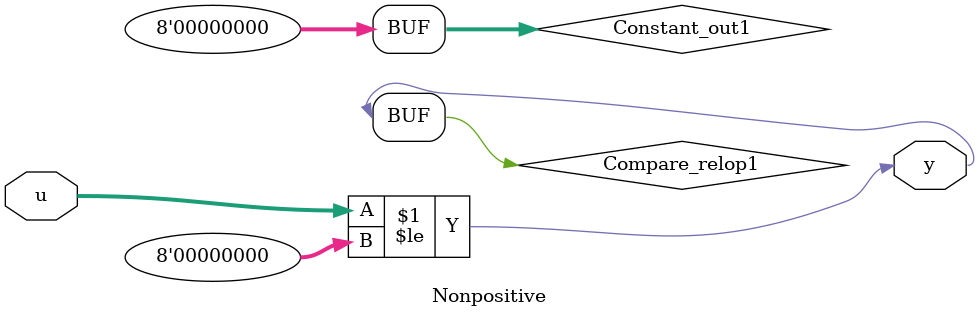
<source format=v>



`timescale 1 ns / 1 ns

module Nonpositive
          (u,
           y);


  input   [7:0] u;  // uint8
  output  y;


  wire [7:0] Constant_out1;  // uint8
  wire Compare_relop1;


  assign Constant_out1 = 8'b00000000;



  assign Compare_relop1 = u <= Constant_out1;



  assign y = Compare_relop1;

endmodule  // Nonpositive


</source>
